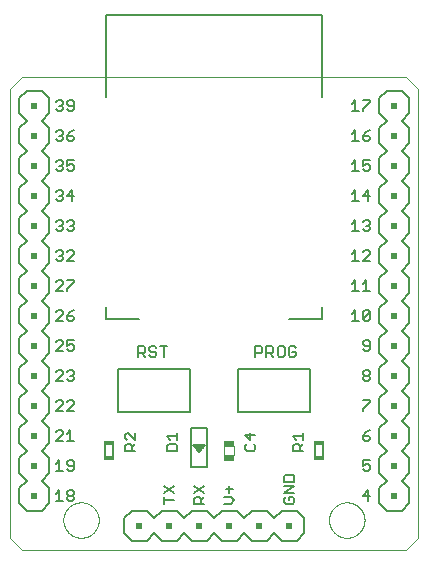
<source format=gto>
G75*
%MOIN*%
%OFA0B0*%
%FSLAX25Y25*%
%IPPOS*%
%LPD*%
%AMOC8*
5,1,8,0,0,1.08239X$1,22.5*
%
%ADD10C,0.00000*%
%ADD11C,0.00500*%
%ADD12C,0.00400*%
%ADD13R,0.03740X0.01969*%
%ADD14C,0.00600*%
%ADD15R,0.03400X0.01600*%
%ADD16C,0.00800*%
%ADD17R,0.02000X0.02000*%
D10*
X0002250Y0006187D02*
X0006187Y0002250D01*
X0134140Y0002250D01*
X0138077Y0006187D01*
X0138077Y0155793D01*
X0134140Y0159730D01*
X0006187Y0159730D01*
X0002250Y0155793D01*
X0002250Y0006187D01*
X0019966Y0012093D02*
X0019968Y0012246D01*
X0019974Y0012400D01*
X0019984Y0012553D01*
X0019998Y0012705D01*
X0020016Y0012858D01*
X0020038Y0013009D01*
X0020063Y0013160D01*
X0020093Y0013311D01*
X0020127Y0013461D01*
X0020164Y0013609D01*
X0020205Y0013757D01*
X0020250Y0013903D01*
X0020299Y0014049D01*
X0020352Y0014193D01*
X0020408Y0014335D01*
X0020468Y0014476D01*
X0020532Y0014616D01*
X0020599Y0014754D01*
X0020670Y0014890D01*
X0020745Y0015024D01*
X0020822Y0015156D01*
X0020904Y0015286D01*
X0020988Y0015414D01*
X0021076Y0015540D01*
X0021167Y0015663D01*
X0021261Y0015784D01*
X0021359Y0015902D01*
X0021459Y0016018D01*
X0021563Y0016131D01*
X0021669Y0016242D01*
X0021778Y0016350D01*
X0021890Y0016455D01*
X0022004Y0016556D01*
X0022122Y0016655D01*
X0022241Y0016751D01*
X0022363Y0016844D01*
X0022488Y0016933D01*
X0022615Y0017020D01*
X0022744Y0017102D01*
X0022875Y0017182D01*
X0023008Y0017258D01*
X0023143Y0017331D01*
X0023280Y0017400D01*
X0023419Y0017465D01*
X0023559Y0017527D01*
X0023701Y0017585D01*
X0023844Y0017640D01*
X0023989Y0017691D01*
X0024135Y0017738D01*
X0024282Y0017781D01*
X0024430Y0017820D01*
X0024579Y0017856D01*
X0024729Y0017887D01*
X0024880Y0017915D01*
X0025031Y0017939D01*
X0025184Y0017959D01*
X0025336Y0017975D01*
X0025489Y0017987D01*
X0025642Y0017995D01*
X0025795Y0017999D01*
X0025949Y0017999D01*
X0026102Y0017995D01*
X0026255Y0017987D01*
X0026408Y0017975D01*
X0026560Y0017959D01*
X0026713Y0017939D01*
X0026864Y0017915D01*
X0027015Y0017887D01*
X0027165Y0017856D01*
X0027314Y0017820D01*
X0027462Y0017781D01*
X0027609Y0017738D01*
X0027755Y0017691D01*
X0027900Y0017640D01*
X0028043Y0017585D01*
X0028185Y0017527D01*
X0028325Y0017465D01*
X0028464Y0017400D01*
X0028601Y0017331D01*
X0028736Y0017258D01*
X0028869Y0017182D01*
X0029000Y0017102D01*
X0029129Y0017020D01*
X0029256Y0016933D01*
X0029381Y0016844D01*
X0029503Y0016751D01*
X0029622Y0016655D01*
X0029740Y0016556D01*
X0029854Y0016455D01*
X0029966Y0016350D01*
X0030075Y0016242D01*
X0030181Y0016131D01*
X0030285Y0016018D01*
X0030385Y0015902D01*
X0030483Y0015784D01*
X0030577Y0015663D01*
X0030668Y0015540D01*
X0030756Y0015414D01*
X0030840Y0015286D01*
X0030922Y0015156D01*
X0030999Y0015024D01*
X0031074Y0014890D01*
X0031145Y0014754D01*
X0031212Y0014616D01*
X0031276Y0014476D01*
X0031336Y0014335D01*
X0031392Y0014193D01*
X0031445Y0014049D01*
X0031494Y0013903D01*
X0031539Y0013757D01*
X0031580Y0013609D01*
X0031617Y0013461D01*
X0031651Y0013311D01*
X0031681Y0013160D01*
X0031706Y0013009D01*
X0031728Y0012858D01*
X0031746Y0012705D01*
X0031760Y0012553D01*
X0031770Y0012400D01*
X0031776Y0012246D01*
X0031778Y0012093D01*
X0031776Y0011940D01*
X0031770Y0011786D01*
X0031760Y0011633D01*
X0031746Y0011481D01*
X0031728Y0011328D01*
X0031706Y0011177D01*
X0031681Y0011026D01*
X0031651Y0010875D01*
X0031617Y0010725D01*
X0031580Y0010577D01*
X0031539Y0010429D01*
X0031494Y0010283D01*
X0031445Y0010137D01*
X0031392Y0009993D01*
X0031336Y0009851D01*
X0031276Y0009710D01*
X0031212Y0009570D01*
X0031145Y0009432D01*
X0031074Y0009296D01*
X0030999Y0009162D01*
X0030922Y0009030D01*
X0030840Y0008900D01*
X0030756Y0008772D01*
X0030668Y0008646D01*
X0030577Y0008523D01*
X0030483Y0008402D01*
X0030385Y0008284D01*
X0030285Y0008168D01*
X0030181Y0008055D01*
X0030075Y0007944D01*
X0029966Y0007836D01*
X0029854Y0007731D01*
X0029740Y0007630D01*
X0029622Y0007531D01*
X0029503Y0007435D01*
X0029381Y0007342D01*
X0029256Y0007253D01*
X0029129Y0007166D01*
X0029000Y0007084D01*
X0028869Y0007004D01*
X0028736Y0006928D01*
X0028601Y0006855D01*
X0028464Y0006786D01*
X0028325Y0006721D01*
X0028185Y0006659D01*
X0028043Y0006601D01*
X0027900Y0006546D01*
X0027755Y0006495D01*
X0027609Y0006448D01*
X0027462Y0006405D01*
X0027314Y0006366D01*
X0027165Y0006330D01*
X0027015Y0006299D01*
X0026864Y0006271D01*
X0026713Y0006247D01*
X0026560Y0006227D01*
X0026408Y0006211D01*
X0026255Y0006199D01*
X0026102Y0006191D01*
X0025949Y0006187D01*
X0025795Y0006187D01*
X0025642Y0006191D01*
X0025489Y0006199D01*
X0025336Y0006211D01*
X0025184Y0006227D01*
X0025031Y0006247D01*
X0024880Y0006271D01*
X0024729Y0006299D01*
X0024579Y0006330D01*
X0024430Y0006366D01*
X0024282Y0006405D01*
X0024135Y0006448D01*
X0023989Y0006495D01*
X0023844Y0006546D01*
X0023701Y0006601D01*
X0023559Y0006659D01*
X0023419Y0006721D01*
X0023280Y0006786D01*
X0023143Y0006855D01*
X0023008Y0006928D01*
X0022875Y0007004D01*
X0022744Y0007084D01*
X0022615Y0007166D01*
X0022488Y0007253D01*
X0022363Y0007342D01*
X0022241Y0007435D01*
X0022122Y0007531D01*
X0022004Y0007630D01*
X0021890Y0007731D01*
X0021778Y0007836D01*
X0021669Y0007944D01*
X0021563Y0008055D01*
X0021459Y0008168D01*
X0021359Y0008284D01*
X0021261Y0008402D01*
X0021167Y0008523D01*
X0021076Y0008646D01*
X0020988Y0008772D01*
X0020904Y0008900D01*
X0020822Y0009030D01*
X0020745Y0009162D01*
X0020670Y0009296D01*
X0020599Y0009432D01*
X0020532Y0009570D01*
X0020468Y0009710D01*
X0020408Y0009851D01*
X0020352Y0009993D01*
X0020299Y0010137D01*
X0020250Y0010283D01*
X0020205Y0010429D01*
X0020164Y0010577D01*
X0020127Y0010725D01*
X0020093Y0010875D01*
X0020063Y0011026D01*
X0020038Y0011177D01*
X0020016Y0011328D01*
X0019998Y0011481D01*
X0019984Y0011633D01*
X0019974Y0011786D01*
X0019968Y0011940D01*
X0019966Y0012093D01*
X0108549Y0012093D02*
X0108551Y0012246D01*
X0108557Y0012400D01*
X0108567Y0012553D01*
X0108581Y0012705D01*
X0108599Y0012858D01*
X0108621Y0013009D01*
X0108646Y0013160D01*
X0108676Y0013311D01*
X0108710Y0013461D01*
X0108747Y0013609D01*
X0108788Y0013757D01*
X0108833Y0013903D01*
X0108882Y0014049D01*
X0108935Y0014193D01*
X0108991Y0014335D01*
X0109051Y0014476D01*
X0109115Y0014616D01*
X0109182Y0014754D01*
X0109253Y0014890D01*
X0109328Y0015024D01*
X0109405Y0015156D01*
X0109487Y0015286D01*
X0109571Y0015414D01*
X0109659Y0015540D01*
X0109750Y0015663D01*
X0109844Y0015784D01*
X0109942Y0015902D01*
X0110042Y0016018D01*
X0110146Y0016131D01*
X0110252Y0016242D01*
X0110361Y0016350D01*
X0110473Y0016455D01*
X0110587Y0016556D01*
X0110705Y0016655D01*
X0110824Y0016751D01*
X0110946Y0016844D01*
X0111071Y0016933D01*
X0111198Y0017020D01*
X0111327Y0017102D01*
X0111458Y0017182D01*
X0111591Y0017258D01*
X0111726Y0017331D01*
X0111863Y0017400D01*
X0112002Y0017465D01*
X0112142Y0017527D01*
X0112284Y0017585D01*
X0112427Y0017640D01*
X0112572Y0017691D01*
X0112718Y0017738D01*
X0112865Y0017781D01*
X0113013Y0017820D01*
X0113162Y0017856D01*
X0113312Y0017887D01*
X0113463Y0017915D01*
X0113614Y0017939D01*
X0113767Y0017959D01*
X0113919Y0017975D01*
X0114072Y0017987D01*
X0114225Y0017995D01*
X0114378Y0017999D01*
X0114532Y0017999D01*
X0114685Y0017995D01*
X0114838Y0017987D01*
X0114991Y0017975D01*
X0115143Y0017959D01*
X0115296Y0017939D01*
X0115447Y0017915D01*
X0115598Y0017887D01*
X0115748Y0017856D01*
X0115897Y0017820D01*
X0116045Y0017781D01*
X0116192Y0017738D01*
X0116338Y0017691D01*
X0116483Y0017640D01*
X0116626Y0017585D01*
X0116768Y0017527D01*
X0116908Y0017465D01*
X0117047Y0017400D01*
X0117184Y0017331D01*
X0117319Y0017258D01*
X0117452Y0017182D01*
X0117583Y0017102D01*
X0117712Y0017020D01*
X0117839Y0016933D01*
X0117964Y0016844D01*
X0118086Y0016751D01*
X0118205Y0016655D01*
X0118323Y0016556D01*
X0118437Y0016455D01*
X0118549Y0016350D01*
X0118658Y0016242D01*
X0118764Y0016131D01*
X0118868Y0016018D01*
X0118968Y0015902D01*
X0119066Y0015784D01*
X0119160Y0015663D01*
X0119251Y0015540D01*
X0119339Y0015414D01*
X0119423Y0015286D01*
X0119505Y0015156D01*
X0119582Y0015024D01*
X0119657Y0014890D01*
X0119728Y0014754D01*
X0119795Y0014616D01*
X0119859Y0014476D01*
X0119919Y0014335D01*
X0119975Y0014193D01*
X0120028Y0014049D01*
X0120077Y0013903D01*
X0120122Y0013757D01*
X0120163Y0013609D01*
X0120200Y0013461D01*
X0120234Y0013311D01*
X0120264Y0013160D01*
X0120289Y0013009D01*
X0120311Y0012858D01*
X0120329Y0012705D01*
X0120343Y0012553D01*
X0120353Y0012400D01*
X0120359Y0012246D01*
X0120361Y0012093D01*
X0120359Y0011940D01*
X0120353Y0011786D01*
X0120343Y0011633D01*
X0120329Y0011481D01*
X0120311Y0011328D01*
X0120289Y0011177D01*
X0120264Y0011026D01*
X0120234Y0010875D01*
X0120200Y0010725D01*
X0120163Y0010577D01*
X0120122Y0010429D01*
X0120077Y0010283D01*
X0120028Y0010137D01*
X0119975Y0009993D01*
X0119919Y0009851D01*
X0119859Y0009710D01*
X0119795Y0009570D01*
X0119728Y0009432D01*
X0119657Y0009296D01*
X0119582Y0009162D01*
X0119505Y0009030D01*
X0119423Y0008900D01*
X0119339Y0008772D01*
X0119251Y0008646D01*
X0119160Y0008523D01*
X0119066Y0008402D01*
X0118968Y0008284D01*
X0118868Y0008168D01*
X0118764Y0008055D01*
X0118658Y0007944D01*
X0118549Y0007836D01*
X0118437Y0007731D01*
X0118323Y0007630D01*
X0118205Y0007531D01*
X0118086Y0007435D01*
X0117964Y0007342D01*
X0117839Y0007253D01*
X0117712Y0007166D01*
X0117583Y0007084D01*
X0117452Y0007004D01*
X0117319Y0006928D01*
X0117184Y0006855D01*
X0117047Y0006786D01*
X0116908Y0006721D01*
X0116768Y0006659D01*
X0116626Y0006601D01*
X0116483Y0006546D01*
X0116338Y0006495D01*
X0116192Y0006448D01*
X0116045Y0006405D01*
X0115897Y0006366D01*
X0115748Y0006330D01*
X0115598Y0006299D01*
X0115447Y0006271D01*
X0115296Y0006247D01*
X0115143Y0006227D01*
X0114991Y0006211D01*
X0114838Y0006199D01*
X0114685Y0006191D01*
X0114532Y0006187D01*
X0114378Y0006187D01*
X0114225Y0006191D01*
X0114072Y0006199D01*
X0113919Y0006211D01*
X0113767Y0006227D01*
X0113614Y0006247D01*
X0113463Y0006271D01*
X0113312Y0006299D01*
X0113162Y0006330D01*
X0113013Y0006366D01*
X0112865Y0006405D01*
X0112718Y0006448D01*
X0112572Y0006495D01*
X0112427Y0006546D01*
X0112284Y0006601D01*
X0112142Y0006659D01*
X0112002Y0006721D01*
X0111863Y0006786D01*
X0111726Y0006855D01*
X0111591Y0006928D01*
X0111458Y0007004D01*
X0111327Y0007084D01*
X0111198Y0007166D01*
X0111071Y0007253D01*
X0110946Y0007342D01*
X0110824Y0007435D01*
X0110705Y0007531D01*
X0110587Y0007630D01*
X0110473Y0007731D01*
X0110361Y0007836D01*
X0110252Y0007944D01*
X0110146Y0008055D01*
X0110042Y0008168D01*
X0109942Y0008284D01*
X0109844Y0008402D01*
X0109750Y0008523D01*
X0109659Y0008646D01*
X0109571Y0008772D01*
X0109487Y0008900D01*
X0109405Y0009030D01*
X0109328Y0009162D01*
X0109253Y0009296D01*
X0109182Y0009432D01*
X0109115Y0009570D01*
X0109051Y0009710D01*
X0108991Y0009851D01*
X0108935Y0009993D01*
X0108882Y0010137D01*
X0108833Y0010283D01*
X0108788Y0010429D01*
X0108747Y0010577D01*
X0108710Y0010725D01*
X0108676Y0010875D01*
X0108646Y0011026D01*
X0108621Y0011177D01*
X0108599Y0011328D01*
X0108581Y0011481D01*
X0108567Y0011633D01*
X0108557Y0011786D01*
X0108551Y0011940D01*
X0108549Y0012093D01*
D11*
X0097000Y0018084D02*
X0097000Y0019251D01*
X0096416Y0019835D01*
X0095249Y0019835D01*
X0095249Y0018668D01*
X0094081Y0017500D02*
X0096416Y0017500D01*
X0097000Y0018084D01*
X0097000Y0021183D02*
X0093497Y0021183D01*
X0097000Y0023518D01*
X0093497Y0023518D01*
X0093497Y0024866D02*
X0093497Y0026618D01*
X0094081Y0027202D01*
X0096416Y0027202D01*
X0097000Y0026618D01*
X0097000Y0024866D01*
X0093497Y0024866D01*
X0094081Y0019835D02*
X0093497Y0019251D01*
X0093497Y0018084D01*
X0094081Y0017500D01*
X0096497Y0035134D02*
X0096497Y0036885D01*
X0097081Y0037469D01*
X0098249Y0037469D01*
X0098832Y0036885D01*
X0098832Y0035134D01*
X0098832Y0036301D02*
X0100000Y0037469D01*
X0100000Y0038817D02*
X0100000Y0041152D01*
X0100000Y0039985D02*
X0096497Y0039985D01*
X0097665Y0038817D01*
X0096497Y0035134D02*
X0100000Y0035134D01*
X0102258Y0047967D02*
X0102258Y0062533D01*
X0078242Y0062533D01*
X0078242Y0047967D01*
X0102258Y0047967D01*
X0096801Y0066500D02*
X0097385Y0067084D01*
X0097385Y0068251D01*
X0096217Y0068251D01*
X0095049Y0067084D02*
X0095633Y0066500D01*
X0096801Y0066500D01*
X0095049Y0067084D02*
X0095049Y0069419D01*
X0095633Y0070003D01*
X0096801Y0070003D01*
X0097385Y0069419D01*
X0093702Y0069419D02*
X0093702Y0067084D01*
X0093118Y0066500D01*
X0091950Y0066500D01*
X0091366Y0067084D01*
X0091366Y0069419D01*
X0091950Y0070003D01*
X0093118Y0070003D01*
X0093702Y0069419D01*
X0090018Y0069419D02*
X0090018Y0068251D01*
X0089435Y0067668D01*
X0087683Y0067668D01*
X0088851Y0067668D02*
X0090018Y0066500D01*
X0087683Y0066500D02*
X0087683Y0070003D01*
X0089435Y0070003D01*
X0090018Y0069419D01*
X0086335Y0069419D02*
X0086335Y0068251D01*
X0085751Y0067668D01*
X0084000Y0067668D01*
X0084000Y0066500D02*
X0084000Y0070003D01*
X0085751Y0070003D01*
X0086335Y0069419D01*
X0067850Y0042850D02*
X0067850Y0029650D01*
X0062650Y0029650D01*
X0062650Y0042850D01*
X0067850Y0042850D01*
X0067250Y0037250D02*
X0063250Y0037250D01*
X0065250Y0034750D01*
X0067250Y0037250D01*
X0067167Y0037146D02*
X0063333Y0037146D01*
X0063732Y0036647D02*
X0066768Y0036647D01*
X0066369Y0036149D02*
X0064131Y0036149D01*
X0064530Y0035650D02*
X0065970Y0035650D01*
X0065571Y0035152D02*
X0064929Y0035152D01*
X0058000Y0035134D02*
X0058000Y0036885D01*
X0057416Y0037469D01*
X0055081Y0037469D01*
X0054497Y0036885D01*
X0054497Y0035134D01*
X0058000Y0035134D01*
X0058000Y0038817D02*
X0058000Y0041152D01*
X0058000Y0039985D02*
X0054497Y0039985D01*
X0055665Y0038817D01*
X0062258Y0047967D02*
X0062258Y0062533D01*
X0038242Y0062533D01*
X0038242Y0047967D01*
X0062258Y0047967D01*
X0053485Y0066500D02*
X0053485Y0070003D01*
X0054652Y0070003D02*
X0052317Y0070003D01*
X0050969Y0069419D02*
X0050385Y0070003D01*
X0049218Y0070003D01*
X0048634Y0069419D01*
X0048634Y0068835D01*
X0049218Y0068251D01*
X0050385Y0068251D01*
X0050969Y0067668D01*
X0050969Y0067084D01*
X0050385Y0066500D01*
X0049218Y0066500D01*
X0048634Y0067084D01*
X0047286Y0066500D02*
X0046118Y0067668D01*
X0046702Y0067668D02*
X0044951Y0067668D01*
X0044951Y0066500D02*
X0044951Y0070003D01*
X0046702Y0070003D01*
X0047286Y0069419D01*
X0047286Y0068251D01*
X0046702Y0067668D01*
X0044000Y0041152D02*
X0044000Y0038817D01*
X0041665Y0041152D01*
X0041081Y0041152D01*
X0040497Y0040568D01*
X0040497Y0039401D01*
X0041081Y0038817D01*
X0041081Y0037469D02*
X0040497Y0036885D01*
X0040497Y0035134D01*
X0044000Y0035134D01*
X0042832Y0035134D02*
X0042832Y0036885D01*
X0042249Y0037469D01*
X0041081Y0037469D01*
X0042832Y0036301D02*
X0044000Y0037469D01*
X0053497Y0023518D02*
X0057000Y0021183D01*
X0057000Y0023518D02*
X0053497Y0021183D01*
X0053497Y0019835D02*
X0053497Y0017500D01*
X0053497Y0018668D02*
X0057000Y0018668D01*
X0063497Y0019251D02*
X0063497Y0017500D01*
X0067000Y0017500D01*
X0065832Y0017500D02*
X0065832Y0019251D01*
X0065249Y0019835D01*
X0064081Y0019835D01*
X0063497Y0019251D01*
X0063497Y0021183D02*
X0067000Y0023518D01*
X0067000Y0021183D02*
X0063497Y0023518D01*
X0067000Y0019835D02*
X0065832Y0018668D01*
X0073497Y0019835D02*
X0075832Y0019835D01*
X0077000Y0018668D01*
X0075832Y0017500D01*
X0073497Y0017500D01*
X0075249Y0021183D02*
X0075249Y0023518D01*
X0076416Y0022351D02*
X0074081Y0022351D01*
X0081081Y0035134D02*
X0083416Y0035134D01*
X0084000Y0035718D01*
X0084000Y0036885D01*
X0083416Y0037469D01*
X0082249Y0038817D02*
X0082249Y0041152D01*
X0084000Y0040568D02*
X0080497Y0040568D01*
X0082249Y0038817D01*
X0081081Y0037469D02*
X0080497Y0036885D01*
X0080497Y0035718D01*
X0081081Y0035134D01*
X0116134Y0078500D02*
X0118469Y0078500D01*
X0117301Y0078500D02*
X0117301Y0082003D01*
X0116134Y0080835D01*
X0119817Y0081419D02*
X0119817Y0079084D01*
X0122152Y0081419D01*
X0122152Y0079084D01*
X0121568Y0078500D01*
X0120401Y0078500D01*
X0119817Y0079084D01*
X0119817Y0081419D02*
X0120401Y0082003D01*
X0121568Y0082003D01*
X0122152Y0081419D01*
X0122152Y0088500D02*
X0119817Y0088500D01*
X0120985Y0088500D02*
X0120985Y0092003D01*
X0119817Y0090835D01*
X0118469Y0088500D02*
X0116134Y0088500D01*
X0117301Y0088500D02*
X0117301Y0092003D01*
X0116134Y0090835D01*
X0116134Y0098500D02*
X0118469Y0098500D01*
X0117301Y0098500D02*
X0117301Y0102003D01*
X0116134Y0100835D01*
X0119817Y0101419D02*
X0120401Y0102003D01*
X0121568Y0102003D01*
X0122152Y0101419D01*
X0122152Y0100835D01*
X0119817Y0098500D01*
X0122152Y0098500D01*
X0121568Y0108500D02*
X0120401Y0108500D01*
X0119817Y0109084D01*
X0118469Y0108500D02*
X0116134Y0108500D01*
X0117301Y0108500D02*
X0117301Y0112003D01*
X0116134Y0110835D01*
X0119817Y0111419D02*
X0120401Y0112003D01*
X0121568Y0112003D01*
X0122152Y0111419D01*
X0122152Y0110835D01*
X0121568Y0110251D01*
X0122152Y0109668D01*
X0122152Y0109084D01*
X0121568Y0108500D01*
X0121568Y0110251D02*
X0120985Y0110251D01*
X0121568Y0118500D02*
X0121568Y0122003D01*
X0119817Y0120251D01*
X0122152Y0120251D01*
X0118469Y0118500D02*
X0116134Y0118500D01*
X0117301Y0118500D02*
X0117301Y0122003D01*
X0116134Y0120835D01*
X0116134Y0128500D02*
X0118469Y0128500D01*
X0117301Y0128500D02*
X0117301Y0132003D01*
X0116134Y0130835D01*
X0119817Y0130251D02*
X0120985Y0130835D01*
X0121568Y0130835D01*
X0122152Y0130251D01*
X0122152Y0129084D01*
X0121568Y0128500D01*
X0120401Y0128500D01*
X0119817Y0129084D01*
X0119817Y0130251D02*
X0119817Y0132003D01*
X0122152Y0132003D01*
X0121568Y0138500D02*
X0120401Y0138500D01*
X0119817Y0139084D01*
X0119817Y0140251D01*
X0121568Y0140251D01*
X0122152Y0139668D01*
X0122152Y0139084D01*
X0121568Y0138500D01*
X0119817Y0140251D02*
X0120985Y0141419D01*
X0122152Y0142003D01*
X0118469Y0138500D02*
X0116134Y0138500D01*
X0117301Y0138500D02*
X0117301Y0142003D01*
X0116134Y0140835D01*
X0116134Y0148500D02*
X0118469Y0148500D01*
X0117301Y0148500D02*
X0117301Y0152003D01*
X0116134Y0150835D01*
X0119817Y0152003D02*
X0122152Y0152003D01*
X0122152Y0151419D01*
X0119817Y0149084D01*
X0119817Y0148500D01*
X0120401Y0072003D02*
X0119817Y0071419D01*
X0119817Y0070835D01*
X0120401Y0070251D01*
X0122152Y0070251D01*
X0122152Y0069084D02*
X0122152Y0071419D01*
X0121568Y0072003D01*
X0120401Y0072003D01*
X0119817Y0069084D02*
X0120401Y0068500D01*
X0121568Y0068500D01*
X0122152Y0069084D01*
X0121568Y0062003D02*
X0120401Y0062003D01*
X0119817Y0061419D01*
X0119817Y0060835D01*
X0120401Y0060251D01*
X0121568Y0060251D01*
X0122152Y0059668D01*
X0122152Y0059084D01*
X0121568Y0058500D01*
X0120401Y0058500D01*
X0119817Y0059084D01*
X0119817Y0059668D01*
X0120401Y0060251D01*
X0121568Y0060251D02*
X0122152Y0060835D01*
X0122152Y0061419D01*
X0121568Y0062003D01*
X0122152Y0052003D02*
X0119817Y0052003D01*
X0122152Y0052003D02*
X0122152Y0051419D01*
X0119817Y0049084D01*
X0119817Y0048500D01*
X0122152Y0042003D02*
X0120985Y0041419D01*
X0119817Y0040251D01*
X0121568Y0040251D01*
X0122152Y0039668D01*
X0122152Y0039084D01*
X0121568Y0038500D01*
X0120401Y0038500D01*
X0119817Y0039084D01*
X0119817Y0040251D01*
X0119817Y0032003D02*
X0119817Y0030251D01*
X0120985Y0030835D01*
X0121568Y0030835D01*
X0122152Y0030251D01*
X0122152Y0029084D01*
X0121568Y0028500D01*
X0120401Y0028500D01*
X0119817Y0029084D01*
X0119817Y0032003D02*
X0122152Y0032003D01*
X0121568Y0022003D02*
X0119817Y0020251D01*
X0122152Y0020251D01*
X0121568Y0018500D02*
X0121568Y0022003D01*
X0023518Y0021419D02*
X0023518Y0020835D01*
X0022935Y0020251D01*
X0021767Y0020251D01*
X0021183Y0020835D01*
X0021183Y0021419D01*
X0021767Y0022003D01*
X0022935Y0022003D01*
X0023518Y0021419D01*
X0022935Y0020251D02*
X0023518Y0019668D01*
X0023518Y0019084D01*
X0022935Y0018500D01*
X0021767Y0018500D01*
X0021183Y0019084D01*
X0021183Y0019668D01*
X0021767Y0020251D01*
X0019835Y0018500D02*
X0017500Y0018500D01*
X0018668Y0018500D02*
X0018668Y0022003D01*
X0017500Y0020835D01*
X0017500Y0028500D02*
X0019835Y0028500D01*
X0018668Y0028500D02*
X0018668Y0032003D01*
X0017500Y0030835D01*
X0021183Y0030835D02*
X0021767Y0030251D01*
X0023518Y0030251D01*
X0023518Y0029084D02*
X0023518Y0031419D01*
X0022935Y0032003D01*
X0021767Y0032003D01*
X0021183Y0031419D01*
X0021183Y0030835D01*
X0021183Y0029084D02*
X0021767Y0028500D01*
X0022935Y0028500D01*
X0023518Y0029084D01*
X0023518Y0038500D02*
X0021183Y0038500D01*
X0022351Y0038500D02*
X0022351Y0042003D01*
X0021183Y0040835D01*
X0019835Y0040835D02*
X0019835Y0041419D01*
X0019251Y0042003D01*
X0018084Y0042003D01*
X0017500Y0041419D01*
X0019835Y0040835D02*
X0017500Y0038500D01*
X0019835Y0038500D01*
X0019835Y0048500D02*
X0017500Y0048500D01*
X0019835Y0050835D01*
X0019835Y0051419D01*
X0019251Y0052003D01*
X0018084Y0052003D01*
X0017500Y0051419D01*
X0021183Y0051419D02*
X0021767Y0052003D01*
X0022935Y0052003D01*
X0023518Y0051419D01*
X0023518Y0050835D01*
X0021183Y0048500D01*
X0023518Y0048500D01*
X0022935Y0058500D02*
X0021767Y0058500D01*
X0021183Y0059084D01*
X0019835Y0058500D02*
X0017500Y0058500D01*
X0019835Y0060835D01*
X0019835Y0061419D01*
X0019251Y0062003D01*
X0018084Y0062003D01*
X0017500Y0061419D01*
X0021183Y0061419D02*
X0021767Y0062003D01*
X0022935Y0062003D01*
X0023518Y0061419D01*
X0023518Y0060835D01*
X0022935Y0060251D01*
X0023518Y0059668D01*
X0023518Y0059084D01*
X0022935Y0058500D01*
X0022935Y0060251D02*
X0022351Y0060251D01*
X0022935Y0068500D02*
X0021767Y0068500D01*
X0021183Y0069084D01*
X0021183Y0070251D02*
X0022351Y0070835D01*
X0022935Y0070835D01*
X0023518Y0070251D01*
X0023518Y0069084D01*
X0022935Y0068500D01*
X0021183Y0070251D02*
X0021183Y0072003D01*
X0023518Y0072003D01*
X0019835Y0071419D02*
X0019835Y0070835D01*
X0017500Y0068500D01*
X0019835Y0068500D01*
X0019835Y0071419D02*
X0019251Y0072003D01*
X0018084Y0072003D01*
X0017500Y0071419D01*
X0017500Y0078500D02*
X0019835Y0080835D01*
X0019835Y0081419D01*
X0019251Y0082003D01*
X0018084Y0082003D01*
X0017500Y0081419D01*
X0017500Y0078500D02*
X0019835Y0078500D01*
X0021183Y0079084D02*
X0021183Y0080251D01*
X0022935Y0080251D01*
X0023518Y0079668D01*
X0023518Y0079084D01*
X0022935Y0078500D01*
X0021767Y0078500D01*
X0021183Y0079084D01*
X0021183Y0080251D02*
X0022351Y0081419D01*
X0023518Y0082003D01*
X0021183Y0088500D02*
X0021183Y0089084D01*
X0023518Y0091419D01*
X0023518Y0092003D01*
X0021183Y0092003D01*
X0019835Y0091419D02*
X0019835Y0090835D01*
X0017500Y0088500D01*
X0019835Y0088500D01*
X0019835Y0091419D02*
X0019251Y0092003D01*
X0018084Y0092003D01*
X0017500Y0091419D01*
X0018084Y0098500D02*
X0017500Y0099084D01*
X0018084Y0098500D02*
X0019251Y0098500D01*
X0019835Y0099084D01*
X0019835Y0099668D01*
X0019251Y0100251D01*
X0018668Y0100251D01*
X0019251Y0100251D02*
X0019835Y0100835D01*
X0019835Y0101419D01*
X0019251Y0102003D01*
X0018084Y0102003D01*
X0017500Y0101419D01*
X0021183Y0101419D02*
X0021767Y0102003D01*
X0022935Y0102003D01*
X0023518Y0101419D01*
X0023518Y0100835D01*
X0021183Y0098500D01*
X0023518Y0098500D01*
X0022935Y0108500D02*
X0021767Y0108500D01*
X0021183Y0109084D01*
X0019835Y0109084D02*
X0019835Y0109668D01*
X0019251Y0110251D01*
X0018668Y0110251D01*
X0019251Y0110251D02*
X0019835Y0110835D01*
X0019835Y0111419D01*
X0019251Y0112003D01*
X0018084Y0112003D01*
X0017500Y0111419D01*
X0017500Y0109084D02*
X0018084Y0108500D01*
X0019251Y0108500D01*
X0019835Y0109084D01*
X0022351Y0110251D02*
X0022935Y0110251D01*
X0023518Y0109668D01*
X0023518Y0109084D01*
X0022935Y0108500D01*
X0022935Y0110251D02*
X0023518Y0110835D01*
X0023518Y0111419D01*
X0022935Y0112003D01*
X0021767Y0112003D01*
X0021183Y0111419D01*
X0022935Y0118500D02*
X0022935Y0122003D01*
X0021183Y0120251D01*
X0023518Y0120251D01*
X0019835Y0119668D02*
X0019835Y0119084D01*
X0019251Y0118500D01*
X0018084Y0118500D01*
X0017500Y0119084D01*
X0018668Y0120251D02*
X0019251Y0120251D01*
X0019835Y0119668D01*
X0019251Y0120251D02*
X0019835Y0120835D01*
X0019835Y0121419D01*
X0019251Y0122003D01*
X0018084Y0122003D01*
X0017500Y0121419D01*
X0018084Y0128500D02*
X0017500Y0129084D01*
X0018084Y0128500D02*
X0019251Y0128500D01*
X0019835Y0129084D01*
X0019835Y0129668D01*
X0019251Y0130251D01*
X0018668Y0130251D01*
X0019251Y0130251D02*
X0019835Y0130835D01*
X0019835Y0131419D01*
X0019251Y0132003D01*
X0018084Y0132003D01*
X0017500Y0131419D01*
X0021183Y0132003D02*
X0021183Y0130251D01*
X0022351Y0130835D01*
X0022935Y0130835D01*
X0023518Y0130251D01*
X0023518Y0129084D01*
X0022935Y0128500D01*
X0021767Y0128500D01*
X0021183Y0129084D01*
X0021183Y0132003D02*
X0023518Y0132003D01*
X0022935Y0138500D02*
X0021767Y0138500D01*
X0021183Y0139084D01*
X0021183Y0140251D01*
X0022935Y0140251D01*
X0023518Y0139668D01*
X0023518Y0139084D01*
X0022935Y0138500D01*
X0021183Y0140251D02*
X0022351Y0141419D01*
X0023518Y0142003D01*
X0019835Y0141419D02*
X0019835Y0140835D01*
X0019251Y0140251D01*
X0019835Y0139668D01*
X0019835Y0139084D01*
X0019251Y0138500D01*
X0018084Y0138500D01*
X0017500Y0139084D01*
X0018668Y0140251D02*
X0019251Y0140251D01*
X0019835Y0141419D02*
X0019251Y0142003D01*
X0018084Y0142003D01*
X0017500Y0141419D01*
X0018084Y0148500D02*
X0017500Y0149084D01*
X0018084Y0148500D02*
X0019251Y0148500D01*
X0019835Y0149084D01*
X0019835Y0149668D01*
X0019251Y0150251D01*
X0018668Y0150251D01*
X0019251Y0150251D02*
X0019835Y0150835D01*
X0019835Y0151419D01*
X0019251Y0152003D01*
X0018084Y0152003D01*
X0017500Y0151419D01*
X0021183Y0151419D02*
X0021183Y0150835D01*
X0021767Y0150251D01*
X0023518Y0150251D01*
X0023518Y0149084D02*
X0023518Y0151419D01*
X0022935Y0152003D01*
X0021767Y0152003D01*
X0021183Y0151419D01*
X0021183Y0149084D02*
X0021767Y0148500D01*
X0022935Y0148500D01*
X0023518Y0149084D01*
D12*
X0073549Y0036652D02*
X0073549Y0033848D01*
X0076900Y0033848D02*
X0076900Y0036652D01*
D13*
X0075230Y0037534D03*
X0075230Y0032934D03*
D14*
X0103848Y0033549D02*
X0103848Y0036951D01*
X0106652Y0036951D02*
X0106652Y0033549D01*
X0036652Y0033549D02*
X0036652Y0036951D01*
X0033848Y0036951D02*
X0033848Y0033549D01*
D15*
X0035250Y0032750D03*
X0035250Y0037750D03*
X0105250Y0037750D03*
X0105250Y0032750D03*
D16*
X0097750Y0015250D02*
X0092750Y0015250D01*
X0090250Y0012750D01*
X0087750Y0015250D01*
X0082750Y0015250D01*
X0080250Y0012750D01*
X0077750Y0015250D01*
X0072750Y0015250D01*
X0070250Y0012750D01*
X0067750Y0015250D01*
X0062750Y0015250D01*
X0060250Y0012750D01*
X0057750Y0015250D01*
X0052750Y0015250D01*
X0050250Y0012750D01*
X0047750Y0015250D01*
X0042750Y0015250D01*
X0040250Y0012750D01*
X0040250Y0007750D01*
X0042750Y0005250D01*
X0047750Y0005250D01*
X0050250Y0007750D01*
X0052750Y0005250D01*
X0057750Y0005250D01*
X0060250Y0007750D01*
X0062750Y0005250D01*
X0067750Y0005250D01*
X0070250Y0007750D01*
X0072750Y0005250D01*
X0077750Y0005250D01*
X0080250Y0007750D01*
X0082750Y0005250D01*
X0087750Y0005250D01*
X0090250Y0007750D01*
X0092750Y0005250D01*
X0097750Y0005250D01*
X0100250Y0007750D01*
X0100250Y0012750D01*
X0097750Y0015250D01*
X0125250Y0017750D02*
X0127750Y0015250D01*
X0132750Y0015250D01*
X0135250Y0017750D01*
X0135250Y0022750D01*
X0132750Y0025250D01*
X0135250Y0027750D01*
X0135250Y0032750D01*
X0132750Y0035250D01*
X0135250Y0037750D01*
X0135250Y0042750D01*
X0132750Y0045250D01*
X0135250Y0047750D01*
X0135250Y0052750D01*
X0132750Y0055250D01*
X0135250Y0057750D01*
X0135250Y0062750D01*
X0132750Y0065250D01*
X0135250Y0067750D01*
X0135250Y0072750D01*
X0132750Y0075250D01*
X0135250Y0077750D01*
X0135250Y0082750D01*
X0132750Y0085250D01*
X0135250Y0087750D01*
X0135250Y0092750D01*
X0132750Y0095250D01*
X0135250Y0097750D01*
X0135250Y0102750D01*
X0132750Y0105250D01*
X0135250Y0107750D01*
X0135250Y0112750D01*
X0132750Y0115250D01*
X0135250Y0117750D01*
X0135250Y0122750D01*
X0132750Y0125250D01*
X0135250Y0127750D01*
X0135250Y0132750D01*
X0132750Y0135250D01*
X0135250Y0137750D01*
X0135250Y0142750D01*
X0132750Y0145250D01*
X0135250Y0147750D01*
X0135250Y0152750D01*
X0132750Y0155250D01*
X0127750Y0155250D01*
X0125250Y0152750D01*
X0125250Y0147750D01*
X0127750Y0145250D01*
X0125250Y0142750D01*
X0125250Y0137750D01*
X0127750Y0135250D01*
X0125250Y0132750D01*
X0125250Y0127750D01*
X0127750Y0125250D01*
X0125250Y0122750D01*
X0125250Y0117750D01*
X0127750Y0115250D01*
X0125250Y0112750D01*
X0125250Y0107750D01*
X0127750Y0105250D01*
X0125250Y0102750D01*
X0125250Y0097750D01*
X0127750Y0095250D01*
X0125250Y0092750D01*
X0125250Y0087750D01*
X0127750Y0085250D01*
X0125250Y0082750D01*
X0125250Y0077750D01*
X0127750Y0075250D01*
X0125250Y0072750D01*
X0125250Y0067750D01*
X0127750Y0065250D01*
X0125250Y0062750D01*
X0125250Y0057750D01*
X0127750Y0055250D01*
X0125250Y0052750D01*
X0125250Y0047750D01*
X0127750Y0045250D01*
X0125250Y0042750D01*
X0125250Y0037750D01*
X0127750Y0035250D01*
X0125250Y0032750D01*
X0125250Y0027750D01*
X0127750Y0025250D01*
X0125250Y0022750D01*
X0125250Y0017750D01*
X0106183Y0079199D02*
X0095250Y0079199D01*
X0106183Y0079199D02*
X0106183Y0083242D01*
X0106183Y0152970D02*
X0106183Y0180593D01*
X0034317Y0180593D01*
X0034317Y0152970D01*
X0015250Y0152750D02*
X0015250Y0147750D01*
X0012750Y0145250D01*
X0015250Y0142750D01*
X0015250Y0137750D01*
X0012750Y0135250D01*
X0015250Y0132750D01*
X0015250Y0127750D01*
X0012750Y0125250D01*
X0015250Y0122750D01*
X0015250Y0117750D01*
X0012750Y0115250D01*
X0015250Y0112750D01*
X0015250Y0107750D01*
X0012750Y0105250D01*
X0015250Y0102750D01*
X0015250Y0097750D01*
X0012750Y0095250D01*
X0015250Y0092750D01*
X0015250Y0087750D01*
X0012750Y0085250D01*
X0015250Y0082750D01*
X0015250Y0077750D01*
X0012750Y0075250D01*
X0015250Y0072750D01*
X0015250Y0067750D01*
X0012750Y0065250D01*
X0015250Y0062750D01*
X0015250Y0057750D01*
X0012750Y0055250D01*
X0015250Y0052750D01*
X0015250Y0047750D01*
X0012750Y0045250D01*
X0015250Y0042750D01*
X0015250Y0037750D01*
X0012750Y0035250D01*
X0015250Y0032750D01*
X0015250Y0027750D01*
X0012750Y0025250D01*
X0015250Y0022750D01*
X0015250Y0017750D01*
X0012750Y0015250D01*
X0007750Y0015250D01*
X0005250Y0017750D01*
X0005250Y0022750D01*
X0007750Y0025250D01*
X0005250Y0027750D01*
X0005250Y0032750D01*
X0007750Y0035250D01*
X0005250Y0037750D01*
X0005250Y0042750D01*
X0007750Y0045250D01*
X0005250Y0047750D01*
X0005250Y0052750D01*
X0007750Y0055250D01*
X0005250Y0057750D01*
X0005250Y0062750D01*
X0007750Y0065250D01*
X0005250Y0067750D01*
X0005250Y0072750D01*
X0007750Y0075250D01*
X0005250Y0077750D01*
X0005250Y0082750D01*
X0007750Y0085250D01*
X0005250Y0087750D01*
X0005250Y0092750D01*
X0007750Y0095250D01*
X0005250Y0097750D01*
X0005250Y0102750D01*
X0007750Y0105250D01*
X0005250Y0107750D01*
X0005250Y0112750D01*
X0007750Y0115250D01*
X0005250Y0117750D01*
X0005250Y0122750D01*
X0007750Y0125250D01*
X0005250Y0127750D01*
X0005250Y0132750D01*
X0007750Y0135250D01*
X0005250Y0137750D01*
X0005250Y0142750D01*
X0007750Y0145250D01*
X0005250Y0147750D01*
X0005250Y0152750D01*
X0007750Y0155250D01*
X0012750Y0155250D01*
X0015250Y0152750D01*
X0034317Y0083242D02*
X0034317Y0079199D01*
X0045250Y0079199D01*
D17*
X0010250Y0080250D03*
X0010250Y0090250D03*
X0010250Y0100250D03*
X0010250Y0110250D03*
X0010250Y0120250D03*
X0010250Y0130250D03*
X0010250Y0140250D03*
X0010250Y0150250D03*
X0010250Y0070250D03*
X0010250Y0060250D03*
X0010250Y0050250D03*
X0010250Y0040250D03*
X0010250Y0030250D03*
X0010250Y0020250D03*
X0045250Y0010250D03*
X0055250Y0010250D03*
X0065250Y0010250D03*
X0075250Y0010250D03*
X0085250Y0010250D03*
X0095250Y0010250D03*
X0130250Y0020250D03*
X0130250Y0030250D03*
X0130250Y0040250D03*
X0130250Y0050250D03*
X0130250Y0060250D03*
X0130250Y0070250D03*
X0130250Y0080250D03*
X0130250Y0090250D03*
X0130250Y0100250D03*
X0130250Y0110250D03*
X0130250Y0120250D03*
X0130250Y0130250D03*
X0130250Y0140250D03*
X0130250Y0150250D03*
M02*

</source>
